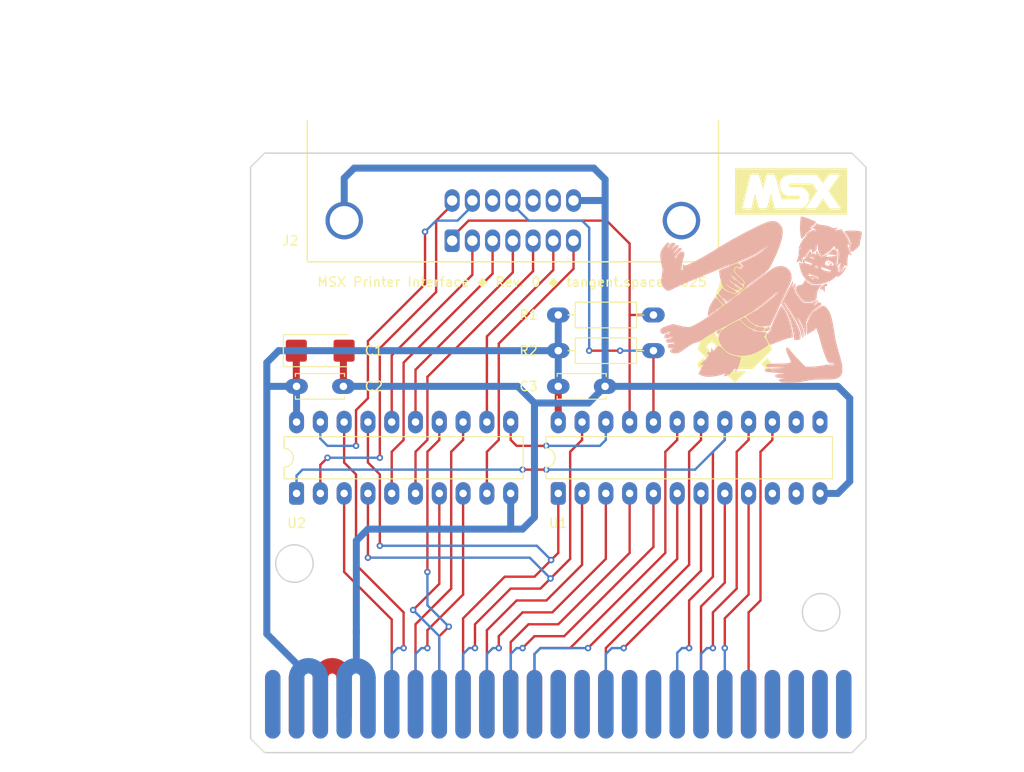
<source format=kicad_pcb>
(kicad_pcb (version 20241229) (generator "pcbnew") (generator_version "9.0")
  (layers (0 "F.Cu" mixed) (2 "B.Cu" mixed) (13 "F.Paste" user) (15 "B.Paste" user) (5 "F.SilkS" user "F.Silkscreen") (7 "B.SilkS" user "B.Silkscreen") (1 "F.Mask" user) (3 "B.Mask" user) (25 "Edge.Cuts" user))
  (net 0 "")
  (net 1 "VCC")
  (net 2 "GND")
  (net 3 "A5")
  (net 4 "A6")
  (net 5 "A7")
  (net 6 "A2")
  (net 7 "A3")
  (net 8 "A4")
  (net 9 "A1")
  (net 10 "A0")
  (net 11 "D7")
  (net 12 "D6")
  (net 13 "D5")
  (net 14 "D4")
  (net 15 "D3")
  (net 16 "D2")
  (net 17 "D1")
  (net 18 "D0")
  (net 26 "Net-(J1-Pin_44)")
  (net 43 "#RESET")
  (net 44 "#IORQ")
  (net 45 "#RD")
  (net 46 "#WR")
  (net 47 "#BUSDIR")
  (net 49 "D7_Printer")
  (net 50 "D3_Printer")
  (net 51 "CLK_DATA")
  (net 52 "D4_Printer")
  (net 53 "D0_Printer")
  (net 54 "D2_Printer")
  (net 55 "D6_Printer")
  (net 56 "D5_Printer")
  (net 57 "D1_Printer")
  (net 60 "BUSY")
  (net 62 "#STROBE")
  (footprint "msx_printer_interface:Centronics_14_F_RA" (layer "F.Cu") (at 32.55 0)
    (property "Reference" "J2" (at -1.8 12.85 0) (layer "F.SilkS"))
    (property "Value" "Conn_02x07_Top_Bottom")
    (pad "" thru_hole circle (at 3.95 10.7 180) (size 4 4) (drill 3.1) (layers "*.Cu" "*.Mask") (net 2 "GND"))
    (pad "" thru_hole circle (at 39.95 10.7 180) (size 4 4) (drill 3.1) (layers "*.Cu" "*.Mask"))
    (pad "1" thru_hole roundrect (at 15.47 12.85 180) (size 1.6 2.4) (drill 1.1) (layers "*.Cu" "*.Mask") (net 62 "#STROBE"))
    (pad "2" thru_hole oval (at 17.63 12.85 180) (size 1.6 2.4) (drill 1.1) (layers "*.Cu" "*.Mask") (net 53 "D0_Printer"))
    (pad "3" thru_hole oval (at 19.79 12.85 180) (size 1.6 2.4) (drill 1.1) (layers "*.Cu" "*.Mask") (net 57 "D1_Printer"))
    (pad "4" thru_hole oval (at 21.95 12.85 180) (size 1.6 2.4) (drill 1.1) (layers "*.Cu" "*.Mask") (net 54 "D2_Printer"))
    (pad "5" thru_hole oval (at 24.11 12.85 180) (size 1.6 2.4) (drill 1.1) (layers "*.Cu" "*.Mask") (net 50 "D3_Printer"))
    (pad "6" thru_hole oval (at 26.27 12.85 180) (size 1.6 2.4) (drill 1.1) (layers "*.Cu" "*.Mask") (net 52 "D4_Printer"))
    (pad "7" thru_hole oval (at 28.43 12.85 180) (size 1.6 2.4) (drill 1.1) (layers "*.Cu" "*.Mask") (net 56 "D5_Printer"))
    (pad "8" thru_hole oval (at 15.47 8.56 180) (size 1.6 2.4) (drill 1.1) (layers "*.Cu" "*.Mask") (net 55 "D6_Printer"))
    (pad "9" thru_hole oval (at 17.63 8.56 180) (size 1.6 2.4) (drill 1.1) (layers "*.Cu" "*.Mask") (net 49 "D7_Printer"))
    (pad "10" thru_hole oval (at 19.79 8.56 180) (size 1.6 2.4) (drill 1.1) (layers "*.Cu" "*.Mask"))
    (pad "11" thru_hole oval (at 21.95 8.56 180) (size 1.6 2.4) (drill 1.1) (layers "*.Cu" "*.Mask") (net 60 "BUSY"))
    (pad "12" thru_hole oval (at 24.11 8.56 180) (size 1.6 2.4) (drill 1.1) (layers "*.Cu" "*.Mask"))
    (pad "13" thru_hole oval (at 26.27 8.56 180) (size 1.6 2.4) (drill 1.1) (layers "*.Cu" "*.Mask"))
    (pad "14" thru_hole oval (at 28.43 8.56 180) (size 1.6 2.4) (drill 1.1) (layers "*.Cu" "*.Mask") (net 2 "GND"))
  )
  (footprint "msx_printer_interface:msx_logo" (layer "F.Cu") (at 84.2 7.6)
    (property "Reference" "G***" (hide yes))
    (property "Value" "LOGO" (hide yes))
  )
  (footprint "Resistor_THT:R_Axial_DIN0207_L6.3mm_D2.5mm_P10.16mm_Horizontal" (layer "F.Cu") (at 69.51 24.59 180)
    (property "Reference" "R2" (at 13.335 0 0) (layer "F.SilkS"))
    (property "Value" "5.6KΩ")
    (pad "1" thru_hole oval (at 0 0 180) (size 2.4 1.6) (drill 0.8) (layers "*.Cu" "*.Mask") (net 60 "BUSY"))
    (pad "2" thru_hole oval (at 10.16 0 180) (size 2.4 1.6) (drill 0.8) (layers "*.Cu" "*.Mask") (net 1 "VCC"))
  )
  (footprint "Capacitor_THT:C_Disc_D5.0mm_W2.5mm_P5.00mm" (layer "F.Cu") (at 59.35 28.4)
    (property "Reference" "C3" (at -3.175 0 0) (layer "F.SilkS"))
    (property "Value" "0.1uF")
    (pad "1" thru_hole oval (at 0 0) (size 2.4 1.6) (drill 0.8) (layers "*.Cu" "*.Mask") (net 1 "VCC"))
    (pad "2" thru_hole oval (at 5 0) (size 2.4 1.6) (drill 0.8) (layers "*.Cu" "*.Mask") (net 2 "GND"))
  )
  (footprint "Capacitor_Tantalum_SMD:CP_EIA-6032-28_Kemet-C_Pad2.25x2.35mm_HandSolder" (layer "F.Cu") (at 33.935 24.59)
    (property "Reference" "C1" (at 5.73 0 0) (layer "F.SilkS"))
    (property "Value" "47uF")
    (pad "1" smd roundrect (at -2.55 0) (size 2.25 2.35) (layers "F.Cu" "F.Mask" "F.Paste") (roundrect_rratio 0.111111) (net 1 "VCC"))
    (pad "2" smd roundrect (at 2.55 0) (size 2.25 2.35) (layers "F.Cu" "F.Mask" "F.Paste") (roundrect_rratio 0.111111) (net 2 "GND"))
  )
  (footprint "Package_DIP:DIP-20_W7.62mm_LongPads" (layer "F.Cu") (at 31.41 39.83 90)
    (property "Reference" "U2" (at -3.175 0 180) (layer "F.SilkS"))
    (property "Value" "74HC273")
    (pad "1" thru_hole roundrect (at 0 0 90) (size 2.4 1.6) (drill 0.8) (layers "*.Cu" "*.Mask") (net 43 "#RESET"))
    (pad "2" thru_hole oval (at 0 2.54 90) (size 2.4 1.6) (drill 0.8) (layers "*.Cu" "*.Mask") (net 55 "D6_Printer"))
    (pad "3" thru_hole oval (at 0 5.08 90) (size 2.4 1.6) (drill 0.8) (layers "*.Cu" "*.Mask") (net 12 "D6"))
    (pad "4" thru_hole oval (at 0 7.62 90) (size 2.4 1.6) (drill 0.8) (layers "*.Cu" "*.Mask") (net 17 "D1"))
    (pad "5" thru_hole oval (at 0 10.16 90) (size 2.4 1.6) (drill 0.8) (layers "*.Cu" "*.Mask") (net 57 "D1_Printer"))
    (pad "6" thru_hole oval (at 0 12.7 90) (size 2.4 1.6) (drill 0.8) (layers "*.Cu" "*.Mask") (net 50 "D3_Printer"))
    (pad "7" thru_hole oval (at 0 15.24 90) (size 2.4 1.6) (drill 0.8) (layers "*.Cu" "*.Mask") (net 15 "D3"))
    (pad "8" thru_hole oval (at 0 17.78 90) (size 2.4 1.6) (drill 0.8) (layers "*.Cu" "*.Mask") (net 13 "D5"))
    (pad "9" thru_hole oval (at 0 20.32 90) (size 2.4 1.6) (drill 0.8) (layers "*.Cu" "*.Mask") (net 56 "D5_Printer"))
    (pad "10" thru_hole oval (at 0 22.86 90) (size 2.4 1.6) (drill 0.8) (layers "*.Cu" "*.Mask") (net 2 "GND"))
    (pad "11" thru_hole oval (at 7.62 22.86 90) (size 2.4 1.6) (drill 0.8) (layers "*.Cu" "*.Mask") (net 51 "CLK_DATA"))
    (pad "12" thru_hole oval (at 7.62 20.32 90) (size 2.4 1.6) (drill 0.8) (layers "*.Cu" "*.Mask") (net 52 "D4_Printer"))
    (pad "13" thru_hole oval (at 7.62 17.78 90) (size 2.4 1.6) (drill 0.8) (layers "*.Cu" "*.Mask") (net 14 "D4"))
    (pad "14" thru_hole oval (at 7.62 15.24 90) (size 2.4 1.6) (drill 0.8) (layers "*.Cu" "*.Mask") (net 16 "D2"))
    (pad "15" thru_hole oval (at 7.62 12.7 90) (size 2.4 1.6) (drill 0.8) (layers "*.Cu" "*.Mask") (net 54 "D2_Printer"))
    (pad "16" thru_hole oval (at 7.62 10.16 90) (size 2.4 1.6) (drill 0.8) (layers "*.Cu" "*.Mask") (net 53 "D0_Printer"))
    (pad "17" thru_hole oval (at 7.62 7.62 90) (size 2.4 1.6) (drill 0.8) (layers "*.Cu" "*.Mask") (net 18 "D0"))
    (pad "18" thru_hole oval (at 7.62 5.08 90) (size 2.4 1.6) (drill 0.8) (layers "*.Cu" "*.Mask") (net 11 "D7"))
    (pad "19" thru_hole oval (at 7.62 2.54 90) (size 2.4 1.6) (drill 0.8) (layers "*.Cu" "*.Mask") (net 49 "D7_Printer"))
    (pad "20" thru_hole oval (at 7.62 0 90) (size 2.4 1.6) (drill 0.8) (layers "*.Cu" "*.Mask") (net 1 "VCC"))
  )
  (footprint "Package_DIP:DIP-24_W7.62mm_LongPads" (layer "F.Cu") (at 59.35 39.83 90)
    (property "Reference" "U1" (at -3.175 0 0) (layer "F.SilkS"))
    (property "Value" "ATF22V10C-15PU")
    (pad "1" thru_hole roundrect (at 0 0 90) (size 2.4 1.6) (drill 0.8) (layers "*.Cu" "*.Mask") (net 18 "D0"))
    (pad "2" thru_hole oval (at 0 2.54 90) (size 2.4 1.6) (drill 0.8) (layers "*.Cu" "*.Mask") (net 8 "A4"))
    (pad "3" thru_hole oval (at 0 5.08 90) (size 2.4 1.6) (drill 0.8) (layers "*.Cu" "*.Mask") (net 3 "A5"))
    (pad "4" thru_hole oval (at 0 7.62 90) (size 2.4 1.6) (drill 0.8) (layers "*.Cu" "*.Mask") (net 6 "A2"))
    (pad "5" thru_hole oval (at 0 10.16 90) (size 2.4 1.6) (drill 0.8) (layers "*.Cu" "*.Mask") (net 7 "A3"))
    (pad "6" thru_hole oval (at 0 12.7 90) (size 2.4 1.6) (drill 0.8) (layers "*.Cu" "*.Mask") (net 9 "A1"))
    (pad "7" thru_hole oval (at 0 15.24 90) (size 2.4 1.6) (drill 0.8) (layers "*.Cu" "*.Mask") (net 5 "A7"))
    (pad "8" thru_hole oval (at 0 17.78 90) (size 2.4 1.6) (drill 0.8) (layers "*.Cu" "*.Mask") (net 45 "#RD"))
    (pad "9" thru_hole oval (at 0 20.32 90) (size 2.4 1.6) (drill 0.8) (layers "*.Cu" "*.Mask") (net 44 "#IORQ"))
    (pad "10" thru_hole oval (at 0 22.86 90) (size 2.4 1.6) (drill 0.8) (layers "*.Cu" "*.Mask"))
    (pad "11" thru_hole oval (at 0 25.4 90) (size 2.4 1.6) (drill 0.8) (layers "*.Cu" "*.Mask"))
    (pad "12" thru_hole oval (at 0 27.94 90) (size 2.4 1.6) (drill 0.8) (layers "*.Cu" "*.Mask") (net 2 "GND"))
    (pad "13" thru_hole oval (at 7.62 27.94 90) (size 2.4 1.6) (drill 0.8) (layers "*.Cu" "*.Mask"))
    (pad "14" thru_hole oval (at 7.62 25.4 90) (size 2.4 1.6) (drill 0.8) (layers "*.Cu" "*.Mask"))
    (pad "15" thru_hole oval (at 7.62 22.86 90) (size 2.4 1.6) (drill 0.8) (layers "*.Cu" "*.Mask") (net 47 "#BUSDIR"))
    (pad "16" thru_hole oval (at 7.62 20.32 90) (size 2.4 1.6) (drill 0.8) (layers "*.Cu" "*.Mask") (net 46 "#WR"))
    (pad "17" thru_hole oval (at 7.62 17.78 90) (size 2.4 1.6) (drill 0.8) (layers "*.Cu" "*.Mask") (net 43 "#RESET"))
    (pad "18" thru_hole oval (at 7.62 15.24 90) (size 2.4 1.6) (drill 0.8) (layers "*.Cu" "*.Mask") (net 4 "A6"))
    (pad "19" thru_hole oval (at 7.62 12.7 90) (size 2.4 1.6) (drill 0.8) (layers "*.Cu" "*.Mask") (net 10 "A0"))
    (pad "20" thru_hole oval (at 7.62 10.16 90) (size 2.4 1.6) (drill 0.8) (layers "*.Cu" "*.Mask") (net 60 "BUSY"))
    (pad "21" thru_hole oval (at 7.62 7.62 90) (size 2.4 1.6) (drill 0.8) (layers "*.Cu" "*.Mask") (net 62 "#STROBE"))
    (pad "22" thru_hole oval (at 7.62 5.08 90) (size 2.4 1.6) (drill 0.8) (layers "*.Cu" "*.Mask") (net 51 "CLK_DATA"))
    (pad "23" thru_hole oval (at 7.62 2.54 90) (size 2.4 1.6) (drill 0.8) (layers "*.Cu" "*.Mask") (net 17 "D1"))
    (pad "24" thru_hole oval (at 7.62 0 90) (size 2.4 1.6) (drill 0.8) (layers "*.Cu" "*.Mask") (net 1 "VCC"))
  )
  (footprint "Capacitor_THT:C_Disc_D5.0mm_W2.5mm_P5.00mm" (layer "F.Cu") (at 31.41 28.4)
    (property "Reference" "C2" (at 8.255 0 0) (layer "F.SilkS"))
    (property "Value" "0.1uF")
    (pad "1" thru_hole oval (at 0 0) (size 2.4 1.6) (drill 0.8) (layers "*.Cu" "*.Mask") (net 1 "VCC"))
    (pad "2" thru_hole oval (at 5 0) (size 2.4 1.6) (drill 0.8) (layers "*.Cu" "*.Mask") (net 2 "GND"))
  )
  (footprint "msx_printer_interface:bipyramid" (layer "F.Cu") (at 78.2 20.9)
    (property "Reference" "G***" (hide yes))
    (property "Value" "LOGO" (hide yes))
  )
  (footprint "msx_cartridge:msx_cartridge" (layer "F.Cu") (at 0 0)
    (property "Reference" "J1" (hide yes))
    (property "Value" "MSX Cartridge Connector" (hide yes))
    (fp_line (start 26.5 57.5) (end 26.5 66) (stroke (width 0.15)) (layer "Edge.Cuts"))
    (fp_line (start 26.5 66) (end 28 67.5) (stroke (width 0.15)) (layer "Edge.Cuts"))
    (fp_line (start 28 67.5) (end 90.7 67.5) (stroke (width 0.15)) (layer "Edge.Cuts"))
    (fp_line (start 90.7 67.5) (end 92.2 66) (stroke (width 0.15)) (layer "Edge.Cuts"))
    (fp_line (start 92.2 66) (end 92.2 57.5) (stroke (width 0.15)) (layer "Edge.Cuts"))
    (fp_circle (center 31.1822 47.3164) (end 33.1822 47.3164) (stroke (width 0.15)) (fill no) (layer "Edge.Cuts"))
    (fp_circle (center 87.4122 52.5164) (end 89.4122 52.5164) (stroke (width 0.15)) (fill no) (layer "Edge.Cuts"))
    (pad "1" connect oval (at 89.83 62.3375) (size 1.65 7.325) (layers "B.Cu"))
    (pad "2" connect oval (at 89.83 62.3375) (size 1.65 7.325) (layers "F.Cu"))
    (pad "3" connect oval (at 87.29 62.3375) (size 1.65 7.325) (layers "B.Cu"))
    (pad "4" connect oval (at 87.29 62.3375) (size 1.65 7.325) (layers "F.Cu"))
    (pad "5" connect oval (at 84.75 62.3375) (size 1.65 7.325) (layers "B.Cu"))
    (pad "6" connect oval (at 84.75 62.3375) (size 1.65 7.325) (layers "F.Cu"))
    (pad "7" connect oval (at 82.21 62.3375) (size 1.65 7.325) (layers "B.Cu"))
    (pad "8" connect oval (at 82.21 62.3375) (size 1.65 7.325) (layers "F.Cu"))
    (pad "9" connect oval (at 79.67 62.3375) (size 1.65 7.325) (layers "B.Cu"))
    (pad "10" connect oval (at 79.67 62.3375) (size 1.65 7.325) (layers "F.Cu") (net 47 "#BUSDIR"))
    (pad "11" connect oval (at 77.13 62.3375) (size 1.65 7.325) (layers "B.Cu") (net 44 "#IORQ"))
    (pad "12" connect oval (at 77.13 62.3375) (size 1.65 7.325) (layers "F.Cu"))
    (pad "13" connect oval (at 74.59 62.3375) (size 1.65 7.325) (layers "B.Cu") (net 46 "#WR"))
    (pad "14" connect oval (at 74.59 62.3375) (size 1.65 7.325) (layers "F.Cu") (net 45 "#RD"))
    (pad "15" connect oval (at 72.05 62.3375) (size 1.65 7.325) (layers "B.Cu") (net 43 "#RESET"))
    (pad "16" connect oval (at 72.05 62.3375) (size 1.65 7.325) (layers "F.Cu"))
    (pad "17" connect oval (at 69.51 62.3375) (size 1.65 7.325) (layers "B.Cu"))
    (pad "18" connect oval (at 69.51 62.3375) (size 1.65 7.325) (layers "F.Cu"))
    (pad "19" connect oval (at 66.97 62.3375) (size 1.65 7.325) (layers "B.Cu"))
    (pad "20" connect oval (at 66.97 62.3375) (size 1.65 7.325) (layers "F.Cu"))
    (pad "21" connect oval (at 64.43 62.3375) (size 1.65 7.325) (layers "B.Cu") (net 5 "A7"))
    (pad "22" connect oval (at 64.43 62.3375) (size 1.65 7.325) (layers "F.Cu") (net 4 "A6"))
    (pad "23" connect oval (at 61.89 62.3375) (size 1.65 7.325) (layers "B.Cu"))
    (pad "24" connect oval (at 61.89 62.3375) (size 1.65 7.325) (layers "F.Cu"))
    (pad "25" connect oval (at 59.35 62.3375) (size 1.65 7.325) (layers "B.Cu"))
    (pad "26" connect oval (at 59.35 62.3375) (size 1.65 7.325) (layers "F.Cu"))
    (pad "27" connect oval (at 56.81 62.3375) (size 1.65 7.325) (layers "B.Cu") (net 9 "A1"))
    (pad "28" connect oval (at 56.81 62.3375) (size 1.65 7.325) (layers "F.Cu") (net 10 "A0"))
    (pad "29" connect oval (at 54.27 62.3375) (size 1.65 7.325) (layers "B.Cu") (net 7 "A3"))
    (pad "30" connect oval (at 54.27 62.3375) (size 1.65 7.325) (layers "F.Cu") (net 6 "A2"))
    (pad "31" connect oval (at 51.73 62.3375) (size 1.65 7.325) (layers "B.Cu") (net 3 "A5"))
    (pad "32" connect oval (at 51.73 62.3375) (size 1.65 7.325) (layers "F.Cu") (net 8 "A4"))
    (pad "33" connect oval (at 49.19 62.3375) (size 1.65 7.325) (layers "B.Cu") (net 17 "D1"))
    (pad "34" connect oval (at 49.1825 62.3375) (size 1.65 7.325) (layers "F.Cu") (net 18 "D0"))
    (pad "35" connect oval (at 46.65 62.3375) (size 1.65 7.325) (layers "B.Cu") (net 15 "D3"))
    (pad "36" connect oval (at 46.65 62.3375) (size 1.65 7.325) (layers "F.Cu") (net 16 "D2"))
    (pad "37" connect oval (at 44.11 62.3375) (size 1.65 7.325) (layers "B.Cu") (net 13 "D5"))
    (pad "38" connect oval (at 44.11 62.3375) (size 1.65 7.325) (layers "F.Cu") (net 14 "D4"))
    (pad "39" connect oval (at 41.57 62.3375) (size 1.65 7.325) (layers "B.Cu") (net 11 "D7"))
    (pad "40" connect oval (at 41.57 62.3375) (size 1.65 7.325) (layers "F.Cu") (net 12 "D6"))
    (pad "41" connect oval (at 39.03 62.3375) (size 1.65 7.325) (layers "B.Cu") (net 2 "GND"))
    (pad "42" connect oval (at 39.03 62.3375) (size 1.65 7.325) (layers "F.Cu"))
    (pad "43" connect oval (at 36.49 62.3375) (size 1.65 7.325) (layers "B.Cu") (net 2 "GND"))
    (pad "44" connect oval (at 36.49 61.5875) (size 1.65 5.825) (layers "F.Cu") (net 26 "Net-(J1-Pin_44)"))
    (pad "45" connect oval (at 33.95 62.3375) (size 1.65 7.325) (layers "B.Cu") (net 1 "VCC"))
    (pad "46" connect oval (at 33.95 62.3375) (size 1.65 7.325) (layers "F.Cu") (net 26 "Net-(J1-Pin_44)"))
    (pad "47" connect oval (at 31.41 62.3375) (size 1.65 7.325) (layers "B.Cu") (net 1 "VCC"))
    (pad "48" connect oval (at 31.41 62.3375) (size 1.65 7.325) (layers "F.Cu"))
    (pad "49" connect oval (at 28.87 62.3375) (size 1.65 7.325) (layers "B.Cu"))
    (pad "50" connect oval (at 28.87 62.3375) (size 1.65 7.325) (layers "F.Cu"))
  )
  (footprint "Resistor_THT:R_Axial_DIN0207_L6.3mm_D2.5mm_P10.16mm_Horizontal" (layer "F.Cu") (at 69.51 20.78 180)
    (property "Reference" "R1" (at 13.335 0 0) (layer "F.SilkS"))
    (property "Value" "5.6KΩ")
    (pad "1" thru_hole oval (at 0 0 180) (size 2.4 1.6) (drill 0.8) (layers "*.Cu" "*.Mask") (net 62 "#STROBE"))
    (pad "2" thru_hole oval (at 10.16 0 180) (size 2.4 1.6) (drill 0.8) (layers "*.Cu" "*.Mask") (net 1 "VCC"))
  )
  (footprint "msx_printer_interface:tangent" (layer "B.Cu") (at 81 19.15 180)
    (property "Reference" "G***" (hide yes))
    (property "Value" "LOGO" (hide yes))
  )
  (gr_arc (start 33.95 59.5) (mid 35.22 58.23) (end 36.49 59.5) (stroke (width 1.65)) (layer "F.Cu") (net 26))
  (gr_arc (start 31.41 59.5) (mid 32.68 58.23) (end 33.95 59.5) (stroke (width 1.65)) (layer "B.Cu") (net 1))
  (gr_arc (start 36.49 59.5) (mid 37.76 58.23) (end 39.03 59.5) (stroke (width 1.65)) (layer "B.Cu") (net 2))
  (gr_line (start 28 3.5) (end 26.5 5) (stroke (width 0.15)) (layer "Edge.Cuts"))
  (gr_line (start 92.2 57.5) (end 92.2 5) (stroke (width 0.15)) (layer "Edge.Cuts"))
  (gr_line (start 90.7 3.5) (end 28 3.5) (stroke (width 0.15)) (layer "Edge.Cuts"))
  (gr_line (start 26.5 57.5) (end 26.5 5) (stroke (width 0.15)) (layer "Edge.Cuts"))
  (gr_line (start 92.2 5) (end 90.7 3.5) (stroke (width 0.15)) (layer "Edge.Cuts"))
  (gr_text "MSX Printer Interface ◆ Rev. 0 ◆ tangent.space 2025" (at 54.4125 17.255 0) (layer "F.SilkS") (effects (font (size 1 1))))
  (segment (start 59.35 28.4) (end 59.35 32.21) (width 0.75) (layer "F.Cu") (net 1))
  (segment (start 31.385 24.59) (end 31.385 28.375) (width 0.75) (layer "F.Cu") (net 1))
  (segment (start 29.505 24.59) (end 28.235 25.86) (width 0.75) (layer "B.Cu") (net 1))
  (segment (start 28.235 54.835) (end 31.63 58.23) (width 0.75) (layer "B.Cu") (net 1))
  (segment (start 31.41 28.4) (end 28.485 28.4) (width 0.75) (layer "B.Cu") (net 1))
  (segment (start 59.35 24.59) (end 59.35 28.4) (width 0.75) (layer "B.Cu") (net 1))
  (segment (start 28.235 25.86) (end 28.235 54.835) (width 0.75) (layer "B.Cu") (net 1))
  (segment (start 31.63 58.23) (end 32.68 58.23) (width 0.75) (layer "B.Cu") (net 1))
  (segment (start 59.35 24.59) (end 29.505 24.59) (width 0.75) (layer "B.Cu") (net 1))
  (segment (start 59.35 20.78) (end 59.35 24.59) (width 0.75) (layer "B.Cu") (net 1))
  (segment (start 31.41 28.4) (end 31.41 32.21) (width 0.75) (layer "B.Cu") (net 1))
  (segment (start 36.41 24.665) (end 36.41 28.4) (width 0.75) (layer "F.Cu") (net 2))
  (segment (start 54.25 43.64) (end 55.54 43.64) (width 0.75) (layer "B.Cu") (net 2))
  (segment (start 37.565 5.1) (end 63.148 5.1) (width 0.75) (layer "B.Cu") (net 2))
  (segment (start 37.795 44.875) (end 39.03 43.64) (width 0.75) (layer "B.Cu") (net 2))
  (segment (start 90.465 38.56) (end 89.195 39.83) (width 0.75) (layer "B.Cu") (net 2))
  (segment (start 37.76 57.365) (end 37.795 57.33) (width 0.254) (layer "B.Cu") (net 2))
  (segment (start 55.54 43.64) (end 56.81 42.37) (width 0.75) (layer "B.Cu") (net 2))
  (segment (start 64.068 8.56) (end 64.35 8.842) (width 0.254) (layer "B.Cu") (net 2))
  (segment (start 56.81 39.83) (end 56.81 30.178) (width 0.75) (layer "B.Cu") (net 2))
  (segment (start 55.032 28.4) (end 56.81 30.178) (width 0.75) (layer "B.Cu") (net 2))
  (segment (start 54.27 39.83) (end 54.27 43.62) (width 0.75) (layer "B.Cu") (net 2))
  (segment (start 90.465 29.67) (end 90.465 38.56) (width 0.75) (layer "B.Cu") (net 2))
  (segment (start 36.5 10.7) (end 36.5 6.165) (width 0.75) (layer "B.Cu") (net 2))
  (segment (start 39.03 43.64) (end 54.25 43.64) (width 0.75) (layer "B.Cu") (net 2))
  (segment (start 56.81 42.37) (end 56.81 39.83) (width 0.75) (layer "B.Cu") (net 2))
  (segment (start 60.98 8.56) (end 64.068 8.56) (width 0.75) (layer "B.Cu") (net 2))
  (segment (start 54.27 43.62) (end 54.25 43.64) (width 0.75) (layer "B.Cu") (net 2))
  (segment (start 62.572 30.178) (end 64.35 28.4) (width 0.75) (layer "B.Cu") (net 2))
  (segment (start 37.795 54.75) (end 37.795 44.875) (width 0.75) (layer "B.Cu") (net 2))
  (segment (start 37.795 54.5) (end 37.795 57.33) (width 0.75) (layer "B.Cu") (net 2))
  (segment (start 89.195 28.4) (end 90.465 29.67) (width 0.75) (layer "B.Cu") (net 2))
  (segment (start 89.195 39.83) (end 87.29 39.83) (width 0.75) (layer "B.Cu") (net 2))
  (segment (start 56.81 30.178) (end 62.572 30.178) (width 0.75) (layer "B.Cu") (net 2))
  (segment (start 36.5 6.165) (end 37.565 5.1) (width 0.75) (layer "B.Cu") (net 2))
  (segment (start 63.148 5.1) (end 64.35 6.302) (width 0.75) (layer "B.Cu") (net 2))
  (segment (start 64.35 8.842) (end 64.35 28.4) (width 0.75) (layer "B.Cu") (net 2))
  (segment (start 36.41 28.4) (end 55.032 28.4) (width 0.75) (layer "B.Cu") (net 2))
  (segment (start 64.35 6.302) (end 64.35 8.842) (width 0.75) (layer "B.Cu") (net 2))
  (segment (start 64.35 28.4) (end 89.195 28.4) (width 0.75) (layer "B.Cu") (net 2))
  (segment (start 64.43 46.815) (end 58.715 52.53) (width 0.254) (layer "F.Cu") (net 3))
  (segment (start 53 55.07) (end 53 56.34) (width 0.254) (layer "F.Cu") (net 3))
  (segment (start 55.54 52.53) (end 53 55.07) (width 0.254) (layer "F.Cu") (net 3))
  (segment (start 64.43 39.83) (end 64.43 46.815) (width 0.254) (layer "F.Cu") (net 3))
  (segment (start 58.715 52.53) (end 55.54 52.53) (width 0.254) (layer "F.Cu") (net 3))
  (via (at 53 56.34) (size 0.6858) (drill 0.3302) (layers "F.Cu" "B.Cu") (net 3))
  (segment (start 52.365 56.34) (end 51.73 56.975) (width 0.254) (layer "B.Cu") (net 3))
  (segment (start 51.73 56.975) (end 51.73 63) (width 0.254) (layer "B.Cu") (net 3))
  (segment (start 53 56.34) (end 52.365 56.34) (width 0.254) (layer "B.Cu") (net 3))
  (segment (start 64.43 56.34) (end 64.43 63) (width 0.254) (layer "F.Cu") (net 4))
  (segment (start 74.59 32.21) (end 74.59 34.115) (width 0.254) (layer "F.Cu") (net 4))
  (segment (start 73.32 35.385) (end 73.32 47.45) (width 0.254) (layer "F.Cu") (net 4))
  (segment (start 74.59 34.115) (end 73.32 35.385) (width 0.254) (layer "F.Cu") (net 4))
  (segment (start 73.32 47.45) (end 64.43 56.34) (width 0.254) (layer "F.Cu") (net 4))
  (segment (start 74.59 48.085) (end 74.59 39.83) (width 0.254) (layer "F.Cu") (net 5))
  (segment (start 66.335 56.34) (end 74.59 48.085) (width 0.254) (layer "F.Cu") (net 5))
  (via (at 66.335 56.34) (size 0.6858) (drill 0.3302) (layers "F.Cu" "B.Cu") (net 5))
  (segment (start 65.065 56.34) (end 64.43 56.975) (width 0.254) (layer "B.Cu") (net 5))
  (segment (start 66.335 56.34) (end 65.065 56.34) (width 0.254) (layer "B.Cu") (net 5))
  (segment (start 64.43 56.975) (end 64.43 63) (width 0.254) (layer "B.Cu") (net 5))
  (segment (start 66.97 39.83) (end 66.97 46.18) (width 0.254) (layer "F.Cu") (net 6))
  (segment (start 66.97 46.18) (end 59.35 53.8) (width 0.254) (layer "F.Cu") (net 6))
  (segment (start 54.27 55.705) (end 54.27 63) (width 0.254) (layer "F.Cu") (net 6))
  (segment (start 56.175 53.8) (end 54.27 55.705) (width 0.254) (layer "F.Cu") (net 6))
  (segment (start 59.35 53.8) (end 56.175 53.8) (width 0.254) (layer "F.Cu") (net 6))
  (segment (start 69.51 39.83) (end 69.51 45.545) (width 0.254) (layer "F.Cu") (net 7))
  (segment (start 56.81 55.07) (end 55.54 56.34) (width 0.254) (layer "F.Cu") (net 7))
  (segment (start 59.985 55.07) (end 56.81 55.07) (width 0.254) (layer "F.Cu") (net 7))
  (segment (start 69.51 45.545) (end 59.985 55.07) (width 0.254) (layer "F.Cu") (net 7))
  (via (at 55.54 56.34) (size 0.6858) (drill 0.3302) (layers "F.Cu" "B.Cu") (net 7))
  (segment (start 55.54 56.34) (end 54.905 56.34) (width 0.254) (layer "B.Cu") (net 7))
  (segment (start 54.27 56.975) (end 54.27 63) (width 0.254) (layer "B.Cu") (net 7))
  (segment (start 54.905 56.34) (end 54.27 56.975) (width 0.254) (layer "B.Cu") (net 7))
  (segment (start 61.89 39.83) (end 61.89 47.45) (width 0.254) (layer "F.Cu") (net 8))
  (segment (start 58.08 51.26) (end 54.905 51.26) (width 0.254) (layer "F.Cu") (net 8))
  (segment (start 61.89 47.45) (end 58.08 51.26) (width 0.254) (layer "F.Cu") (net 8))
  (segment (start 51.73 54.435) (end 51.73 63) (width 0.254) (layer "F.Cu") (net 8))
  (segment (start 54.905 51.26) (end 51.73 54.435) (width 0.254) (layer "F.Cu") (net 8))
  (segment (start 72.05 46.815) (end 72.05 39.83) (width 0.254) (layer "F.Cu") (net 9))
  (segment (start 62.525 56.34) (end 72.05 46.815) (width 0.254) (layer "F.Cu") (net 9))
  (via (at 62.525 56.34) (size 0.6858) (drill 0.3302) (layers "F.Cu" "B.Cu") (net 9))
  (segment (start 57.445 56.34) (end 56.81 56.975) (width 0.254) (layer "B.Cu") (net 9))
  (segment (start 62.525 56.34) (end 57.445 56.34) (width 0.254) (layer "B.Cu") (net 9))
  (segment (start 56.81 56.975) (end 56.81 63) (width 0.254) (layer "B.Cu") (net 9))
  (segment (start 70.78 35.385) (end 70.78 46.18) (width 0.254) (layer "F.Cu") (net 10))
  (segment (start 56.81 56.975) (end 56.81 63) (width 0.254) (layer "F.Cu") (net 10))
  (segment (start 72.05 34.115) (end 70.78 35.385) (width 0.254) (layer "F.Cu") (net 10))
  (segment (start 72.05 32.21) (end 72.05 34.115) (width 0.254) (layer "F.Cu") (net 10))
  (segment (start 70.78 46.18) (end 60.62 56.34) (width 0.254) (layer "F.Cu") (net 10))
  (segment (start 57.445 56.34) (end 56.81 56.975) (width 0.254) (layer "F.Cu") (net 10))
  (segment (start 60.62 56.34) (end 57.445 56.34) (width 0.254) (layer "F.Cu") (net 10))
  (segment (start 42.84 56.34) (end 42.84 52.53) (width 0.254) (layer "F.Cu") (net 11))
  (segment (start 42.84 52.53) (end 37.76 47.45) (width 0.254) (layer "F.Cu") (net 11))
  (segment (start 37.76 37.798) (end 36.49 36.528) (width 0.254) (layer "F.Cu") (net 11))
  (segment (start 37.76 47.45) (end 37.76 37.798) (width 0.254) (layer "F.Cu") (net 11))
  (segment (start 36.49 36.528) (end 36.49 32.21) (width 0.254) (layer "F.Cu") (net 11))
  (via (at 42.84 56.34) (size 0.6858) (drill 0.3302) (layers "F.Cu" "B.Cu") (net 11))
  (segment (start 42.205 56.34) (end 41.57 56.975) (width 0.254) (layer "B.Cu") (net 11))
  (segment (start 42.84 56.34) (end 42.205 56.34) (width 0.254) (layer "B.Cu") (net 11))
  (segment (start 41.57 56.975) (end 41.57 63) (width 0.254) (layer "B.Cu") (net 11))
  (segment (start 36.49 48.212) (end 41.57 53.292) (width 0.254) (layer "F.Cu") (net 12))
  (segment (start 41.57 53.292) (end 41.57 63) (width 0.254) (layer "F.Cu") (net 12))
  (segment (start 36.49 39.83) (end 36.49 48.212) (width 0.254) (layer "F.Cu") (net 12))
  (segment (start 49.19 39.83) (end 49.19 50.625) (width 0.254) (layer "F.Cu") (net 13))
  (segment (start 49.19 50.625) (end 45.38 54.435) (width 0.254) (layer "F.Cu") (net 13))
  (segment (start 45.38 54.435) (end 45.38 56.34) (width 0.254) (layer "F.Cu") (net 13))
  (via (at 45.38 56.34) (size 0.6858) (drill 0.3302) (layers "F.Cu" "B.Cu") (net 13))
  (segment (start 44.745 56.34) (end 44.11 56.975) (width 0.254) (layer "B.Cu") (net 13))
  (segment (start 44.11 56.975) (end 44.11 63) (width 0.254) (layer "B.Cu") (net 13))
  (segment (start 45.38 56.34) (end 44.745 56.34) (width 0.254) (layer "B.Cu") (net 13))
  (segment (start 49.19 34.115) (end 49.19 32.21) (width 0.254) (layer "F.Cu") (net 14))
  (segment (start 47.92 49.99) (end 47.92 35.385) (width 0.254) (layer "F.Cu") (net 14))
  (segment (start 44.11 53.8) (end 47.92 49.99) (width 0.254) (layer "F.Cu") (net 14))
  (segment (start 47.92 35.385) (end 49.19 34.115) (width 0.254) (layer "F.Cu") (net 14))
  (segment (start 44.11 63) (end 44.11 53.8) (width 0.254) (layer "F.Cu") (net 14))
  (segment (start 46.65 49.482) (end 46.65 39.83) (width 0.254) (layer "F.Cu") (net 15))
  (segment (start 43.856 52.276) (end 46.65 49.482) (width 0.254) (layer "F.Cu") (net 15))
  (via (at 43.856 52.276) (size 0.6858) (drill 0.3302) (layers "F.Cu" "B.Cu") (net 15))
  (segment (start 46.65 55.07) (end 46.65 63) (width 0.254) (layer "B.Cu") (net 15))
  (segment (start 43.856 52.276) (end 46.65 55.07) (width 0.254) (layer "B.Cu") (net 15))
  (segment (start 47.666 54.054) (end 46.65 55.07) (width 0.254) (layer "F.Cu") (net 16))
  (segment (start 46.65 55.07) (end 46.65 63) (width 0.254) (layer "F.Cu") (net 16))
  (segment (start 45.38 35.385) (end 46.65 34.115) (width 0.254) (layer "F.Cu") (net 16))
  (segment (start 45.38 48.212) (end 45.38 35.385) (width 0.254) (layer "F.Cu") (net 16))
  (segment (start 46.65 34.115) (end 46.65 32.21) (width 0.254) (layer "F.Cu") (net 16))
  (via (at 45.38 48.212) (size 0.6858) (drill 0.3302) (layers "F.Cu" "B.Cu") (net 16))
  (via (at 47.666 54.054) (size 0.6858) (drill 0.3302) (layers "F.Cu" "B.Cu") (net 16))
  (segment (start 45.38 51.768) (end 45.38 48.212) (width 0.254) (layer "B.Cu") (net 16))
  (segment (start 47.666 54.054) (end 45.38 51.768) (width 0.254) (layer "B.Cu") (net 16))
  (segment (start 58.5245 48.9105) (end 57.445 49.99) (width 0.254) (layer "F.Cu") (net 17))
  (segment (start 58.5245 48.9105) (end 60.62 46.815) (width 0.254) (layer "F.Cu") (net 17))
  (segment (start 57.445 49.99) (end 54.27 49.99) (width 0.254) (layer "F.Cu") (net 17))
  (segment (start 50.46 53.8) (end 50.46 56.34) (width 0.254) (layer "F.Cu") (net 17))
  (segment (start 61.89 34.115) (end 61.89 32.21) (width 0.254) (layer "F.Cu") (net 17))
  (segment (start 60.62 46.815) (end 60.62 35.385) (width 0.254) (layer "F.Cu") (net 17))
  (segment (start 60.62 35.385) (end 61.89 34.115) (width 0.254) (layer "F.Cu") (net 17))
  (segment (start 54.27 49.99) (end 50.46 53.8) (width 0.254) (layer "F.Cu") (net 17))
  (segment (start 39.03 46.688) (end 39.03 39.83) (width 0.254) (layer "F.Cu") (net 17))
  (via (at 50.46 56.34) (size 0.6858) (drill 0.3302) (layers "F.Cu" "B.Cu") (net 17))
  (via (at 39.03 46.688) (size 0.6858) (drill 0.3302) (layers "F.Cu" "B.Cu") (net 17))
  (via (at 58.5245 48.9105) (size 0.6858) (drill 0.3302) (layers "F.Cu" "B.Cu") (net 17))
  (segment (start 50.46 56.34) (end 49.825 56.34) (width 0.254) (layer "B.Cu") (net 17))
  (segment (start 49.825 56.34) (end 49.19 56.975) (width 0.254) (layer "B.Cu") (net 17))
  (segment (start 56.302 46.688) (end 39.03 46.688) (width 0.254) (layer "B.Cu") (net 17))
  (segment (start 58.5245 48.9105) (end 56.302 46.688) (width 0.254) (layer "B.Cu") (net 17))
  (segment (start 49.19 56.975) (end 49.19 63) (width 0.254) (layer "B.Cu") (net 17))
  (segment (start 40.3 45.418) (end 40.3 37.798) (width 0.254) (layer "F.Cu") (net 18))
  (segment (start 59.35 46.18) (end 56.81 48.72) (width 0.254) (layer "F.Cu") (net 18))
  (segment (start 40.3 37.798) (end 39.03 36.528) (width 0.254) (layer "F.Cu") (net 18))
  (segment (start 39.03 36.528) (end 39.03 32.21) (width 0.254) (layer "F.Cu") (net 18))
  (segment (start 56.81 48.72) (end 53.635 48.72) (width 0.254) (layer "F.Cu") (net 18))
  (segment (start 49.19 53.165) (end 49.19 63) (width 0.254) (layer "F.Cu") (net 18))
  (segment (start 53.635 48.72) (end 49.19 53.165) (width 0.254) (layer "F.Cu") (net 18))
  (segment (start 59.35 39.83) (end 59.35 46.18) (width 0.254) (layer "F.Cu") (net 18))
  (via (at 58.588 46.942) (size 0.6858) (drill 0.3302) (layers "F.Cu" "B.Cu") (net 18))
  (via (at 40.3 45.418) (size 0.6858) (drill 0.3302) (layers "F.Cu" "B.Cu") (net 18))
  (segment (start 57.064 45.418) (end 40.3 45.418) (width 0.254) (layer "B.Cu") (net 18))
  (segment (start 58.588 46.942) (end 57.064 45.418) (width 0.254) (layer "B.Cu") (net 18))
  (segment (start 73.32 51.26) (end 75.86 48.72) (width 0.254) (layer "F.Cu") (net 43))
  (segment (start 73.32 56.34) (end 73.32 51.26) (width 0.254) (layer "F.Cu") (net 43))
  (segment (start 75.86 35.385) (end 77.13 34.115) (width 0.254) (layer "F.Cu") (net 43))
  (segment (start 77.13 34.115) (end 77.13 32.21) (width 0.254) (layer "F.Cu") (net 43))
  (segment (start 75.86 48.72) (end 75.86 35.385) (width 0.254) (layer "F.Cu") (net 43))
  (segment (start 58.08 37.29) (end 55.54 37.29) (width 0.254) (layer "F.Cu") (net 43))
  (via (at 73.32 56.34) (size 0.6858) (drill 0.3302) (layers "F.Cu" "B.Cu") (net 43))
  (via (at 58.08 37.29) (size 0.6858) (drill 0.3302) (layers "F.Cu" "B.Cu") (net 43))
  (via (at 55.54 37.29) (size 0.6858) (drill 0.3302) (layers "F.Cu" "B.Cu") (net 43))
  (segment (start 58.08 37.29) (end 73.955 37.29) (width 0.254) (layer "B.Cu") (net 43))
  (segment (start 55.54 37.29) (end 32.045 37.29) (width 0.254) (layer "B.Cu") (net 43))
  (segment (start 32.045 37.29) (end 31.41 37.925) (width 0.254) (layer "B.Cu") (net 43))
  (segment (start 77.13 34.115) (end 77.13 32.21) (width 0.254) (layer "B.Cu") (net 43))
  (segment (start 72.05 56.848) (end 72.05 63) (width 0.254) (layer "B.Cu") (net 43))
  (segment (start 73.955 37.29) (end 77.13 34.115) (width 0.254) (layer "B.Cu") (net 43))
  (segment (start 31.41 37.925) (end 31.41 39.83) (width 0.254) (layer "B.Cu") (net 43))
  (segment (start 73.32 56.34) (end 72.558 56.34) (width 0.254) (layer "B.Cu") (net 43))
  (segment (start 72.558 56.34) (end 72.05 56.848) (width 0.254) (layer "B.Cu") (net 43))
  (segment (start 77.13 53.165) (end 79.67 50.625) (width 0.254) (layer "F.Cu") (net 44))
  (segment (start 79.67 50.625) (end 79.67 39.83) (width 0.254) (layer "F.Cu") (net 44))
  (segment (start 77.13 56.34) (end 77.13 53.165) (width 0.254) (layer "F.Cu") (net 44))
  (via (at 77.13 56.34) (size 0.6858) (drill 0.3302) (layers "F.Cu" "B.Cu") (net 44))
  (segment (start 77.13 56.34) (end 77.13 63) (width 0.254) (layer "B.Cu") (net 44))
  (segment (start 77.13 49.355) (end 74.59 51.895) (width 0.254) (layer "F.Cu") (net 45))
  (segment (start 77.13 39.83) (end 77.13 49.355) (width 0.254) (layer "F.Cu") (net 45))
  (segment (start 74.59 51.895) (end 74.59 63) (width 0.254) (layer "F.Cu") (net 45))
  (segment (start 78.4 49.99) (end 78.4 35.385) (width 0.254) (layer "F.Cu") (net 46))
  (segment (start 78.4 35.385) (end 79.67 34.115) (width 0.254) (layer "F.Cu") (net 46))
  (segment (start 75.86 52.53) (end 78.4 49.99) (width 0.254) (layer "F.Cu") (net 46))
  (segment (start 75.86 56.34) (end 75.86 52.53) (width 0.254) (layer "F.Cu") (net 46))
  (segment (start 79.67 34.115) (end 79.67 32.21) (width 0.254) (layer "F.Cu") (net 46))
  (via (at 75.86 56.34) (size 0.6858) (drill 0.3302) (layers "F.Cu" "B.Cu") (net 46))
  (segment (start 75.225 56.34) (end 74.59 56.975) (width 0.254) (layer "B.Cu") (net 46))
  (segment (start 75.86 56.34) (end 75.225 56.34) (width 0.254) (layer "B.Cu") (net 46))
  (segment (start 74.59 56.975) (end 74.59 63) (width 0.254) (layer "B.Cu") (net 46))
  (segment (start 82.21 32.21) (end 82.21 34.115) (width 0.254) (layer "F.Cu") (net 47))
  (segment (start 79.67 52.53) (end 79.67 63) (width 0.254) (layer "F.Cu") (net 47))
  (segment (start 80.94 51.26) (end 79.67 52.53) (width 0.254) (layer "F.Cu") (net 47))
  (segment (start 80.94 35.385) (end 80.94 51.26) (width 0.254) (layer "F.Cu") (net 47))
  (segment (start 82.21 34.115) (end 80.94 35.385) (width 0.254) (layer "F.Cu") (net 47))
  (segment (start 37.76 34.75) (end 37.76 30.94) (width 0.254) (layer "F.Cu") (net 49))
  (segment (start 45.126 17.478) (end 45.126 11.89) (width 0.254) (layer "F.Cu") (net 49))
  (segment (start 39.03 23.574) (end 45.126 17.478) (width 0.254) (layer "F.Cu") (net 49))
  (segment (start 39.03 29.67) (end 39.03 23.574) (width 0.254) (layer "F.Cu") (net 49))
  (segment (start 37.76 30.94) (end 39.03 29.67) (width 0.254) (layer "F.Cu") (net 49))
  (via (at 45.126 11.89) (size 0.6858) (drill 0.3302) (layers "F.Cu" "B.Cu") (net 49))
  (via (at 37.76 34.75) (size 0.6858) (drill 0.3302) (layers "F.Cu" "B.Cu") (net 49))
  (segment (start 48.597 10.705) (end 50.18 9.122) (width 0.254) (layer "B.Cu") (net 49))
  (segment (start 46.311 10.705) (end 48.597 10.705) (width 0.254) (layer "B.Cu") (net 49))
  (segment (start 34.712 34.75) (end 33.95 33.988) (width 0.254) (layer "B.Cu") (net 49))
  (segment (start 37.76 34.75) (end 34.712 34.75) (width 0.254) (layer "B.Cu") (net 49))
  (segment (start 33.95 33.988) (end 33.95 32.21) (width 0.254) (layer "B.Cu") (net 49))
  (segment (start 45.126 11.89) (end 46.311 10.705) (width 0.254) (layer "B.Cu") (net 49))
  (segment (start 45.38 34.115) (end 44.11 35.385) (width 0.254) (layer "F.Cu") (net 50))
  (segment (start 45.38 27.384) (end 45.38 34.115) (width 0.254) (layer "F.Cu") (net 50))
  (segment (start 56.66 12.85) (end 56.66 16.104) (width 0.254) (layer "F.Cu") (net 50))
  (segment (start 56.66 16.104) (end 45.38 27.384) (width 0.254) (layer "F.Cu") (net 50))
  (segment (start 44.11 35.385) (end 44.11 39.83) (width 0.254) (layer "F.Cu") (net 50))
  (segment (start 58.08 34.75) (end 55.54 34.75) (width 0.254) (layer "F.Cu") (net 51))
  (segment (start 54.27 32.21) (end 54.27 34.115) (width 0.254) (layer "F.Cu") (net 51))
  (segment (start 54.905 34.75) (end 55.54 34.75) (width 0.254) (layer "F.Cu") (net 51))
  (segment (start 54.27 34.115) (end 54.905 34.75) (width 0.254) (layer "F.Cu") (net 51))
  (via (at 58.08 34.75) (size 0.6858) (drill 0.3302) (layers "F.Cu" "B.Cu") (net 51))
  (segment (start 58.08 34.75) (end 63.795 34.75) (width 0.254) (layer "B.Cu") (net 51))
  (segment (start 63.795 34.75) (end 64.43 34.115) (width 0.254) (layer "B.Cu") (net 51))
  (segment (start 64.43 34.115) (end 64.43 32.21) (width 0.254) (layer "B.Cu") (net 51))
  (segment (start 58.82 12.85) (end 58.82 15.976) (width 0.254) (layer "F.Cu") (net 52))
  (segment (start 51.73 23.066) (end 51.73 32.21) (width 0.254) (layer "F.Cu") (net 52))
  (segment (start 58.82 15.976) (end 51.73 23.066) (width 0.254) (layer "F.Cu") (net 52))
  (segment (start 41.57 25.098) (end 50.18 16.488) (width 0.254) (layer "F.Cu") (net 53))
  (segment (start 50.18 16.488) (end 50.18 12.85) (width 0.254) (layer "F.Cu") (net 53))
  (segment (start 41.57 32.21) (end 41.57 25.098) (width 0.254) (layer "F.Cu") (net 53))
  (segment (start 54.5 12.85) (end 54.5 16.232) (width 0.254) (layer "F.Cu") (net 54))
  (segment (start 44.11 26.622) (end 44.11 32.21) (width 0.254) (layer "F.Cu") (net 54))
  (segment (start 54.5 16.232) (end 44.11 26.622) (width 0.254) (layer "F.Cu") (net 54))
  (segment (start 40.3 24.336) (end 46.311 18.325) (width 0.254) (layer "F.Cu") (net 55))
  (segment (start 46.311 10.705) (end 48.02 8.996) (width 0.254) (layer "F.Cu") (net 55))
  (segment (start 33.95 36.782) (end 33.95 39.83) (width 0.254) (layer "F.Cu") (net 55))
  (segment (start 40.3 36.02) (end 40.3 24.336) (width 0.254) (layer "F.Cu") (net 55))
  (segment (start 34.712 36.02) (end 33.95 36.782) (width 0.254) (layer "F.Cu") (net 55))
  (segment (start 46.311 18.325) (end 46.311 10.705) (width 0.254) (layer "F.Cu") (net 55))
  (via (at 40.3 36.02) (size 0.6858) (drill 0.3302) (layers "F.Cu" "B.Cu") (net 55))
  (via (at 34.712 36.02) (size 0.6858) (drill 0.3302) (layers "F.Cu" "B.Cu") (net 55))
  (segment (start 34.712 36.02) (end 40.3 36.02) (width 0.254) (layer "B.Cu") (net 55))
  (segment (start 51.73 35.385) (end 51.73 39.83) (width 0.254) (layer "F.Cu") (net 56))
  (segment (start 60.98 15.848) (end 53 23.828) (width 0.254) (layer "F.Cu") (net 56))
  (segment (start 53 34.115) (end 51.73 35.385) (width 0.254) (layer "F.Cu") (net 56))
  (segment (start 60.98 12.85) (end 60.98 15.848) (width 0.254) (layer "F.Cu") (net 56))
  (segment (start 53 23.828) (end 53 34.115) (width 0.254) (layer "F.Cu") (net 56))
  (segment (start 41.57 39.83) (end 41.57 35.385) (width 0.254) (layer "F.Cu") (net 57))
  (segment (start 52.34 16.36) (end 52.34 12.85) (width 0.254) (layer "F.Cu") (net 57))
  (segment (start 41.57 35.385) (end 42.84 34.115) (width 0.254) (layer "F.Cu") (net 57))
  (segment (start 42.84 34.115) (end 42.84 25.86) (width 0.254) (layer "F.Cu") (net 57))
  (segment (start 42.84 25.86) (end 52.34 16.36) (width 0.254) (layer "F.Cu") (net 57))
  (segment (start 62.652 24.59) (end 65.954 24.59) (width 0.254) (layer "F.Cu") (net 60))
  (segment (start 69.51 32.21) (end 69.51 24.59) (width 0.254) (layer "F.Cu") (net 60))
  (via (at 62.652 24.59) (size 0.6858) (drill 0.3302) (layers "F.Cu" "B.Cu") (net 60))
  (via (at 65.954 24.59) (size 0.6858) (drill 0.3302) (layers "F.Cu" "B.Cu") (net 60))
  (segment (start 56.195 10.705) (end 54.5 9.01) (width 0.254) (layer "B.Cu") (net 60))
  (segment (start 61.89 10.705) (end 56.195 10.705) (width 0.254) (layer "B.Cu") (net 60))
  (segment (start 62.652 11.467) (end 61.89 10.705) (width 0.254) (layer "B.Cu") (net 60))
  (segment (start 62.652 24.59) (end 62.652 11.467) (width 0.254) (layer "B.Cu") (net 60))
  (segment (start 69.51 24.59) (end 65.954 24.59) (width 0.254) (layer "B.Cu") (net 60))
  (segment (start 66.97 20.78) (end 66.97 32.21) (width 0.254) (layer "F.Cu") (net 62))
  (segment (start 64.515 10.705) (end 66.97 13.16) (width 0.254) (layer "F.Cu") (net 62))
  (segment (start 49.775 10.705) (end 64.515 10.705) (width 0.254) (layer "F.Cu") (net 62))
  (segment (start 69.51 20.78) (end 66.97 20.78) (width 0.254) (layer "F.Cu") (net 62))
  (segment (start 48.02 12.46) (end 49.775 10.705) (width 0.254) (layer "F.Cu") (net 62))
  (segment (start 66.97 20.78) (end 66.97 13.16) (width 0.254) (layer "F.Cu") (net 62))
)
</source>
